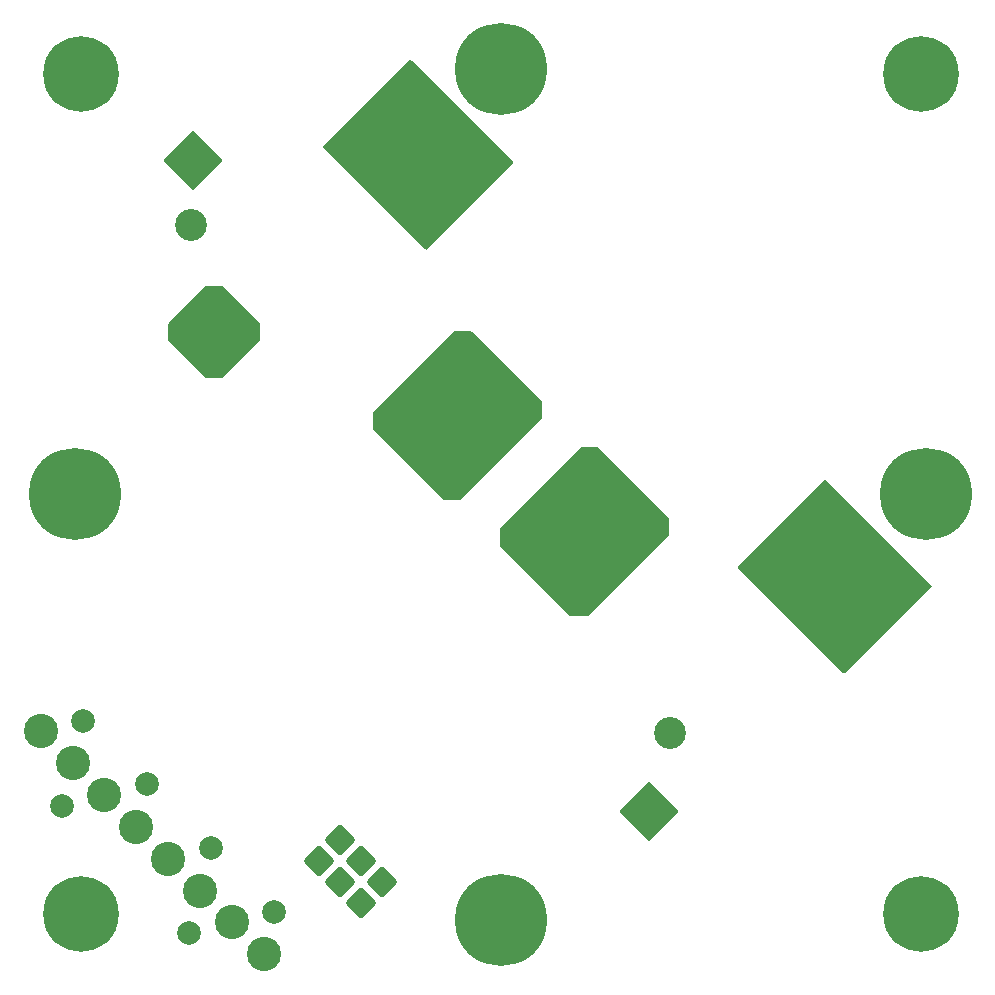
<source format=gbr>
%TF.GenerationSoftware,KiCad,Pcbnew,6.0.10+dfsg-1~bpo11+1*%
%TF.CreationDate,2023-02-14T13:36:45+00:00*%
%TF.ProjectId,QFHMIX01E,5146484d-4958-4303-9145-2e6b69636164,rev?*%
%TF.SameCoordinates,Original*%
%TF.FileFunction,Soldermask,Top*%
%TF.FilePolarity,Negative*%
%FSLAX46Y46*%
G04 Gerber Fmt 4.6, Leading zero omitted, Abs format (unit mm)*
G04 Created by KiCad (PCBNEW 6.0.10+dfsg-1~bpo11+1) date 2023-02-14 13:36:45*
%MOMM*%
%LPD*%
G01*
G04 APERTURE LIST*
G04 Aperture macros list*
%AMRoundRect*
0 Rectangle with rounded corners*
0 $1 Rounding radius*
0 $2 $3 $4 $5 $6 $7 $8 $9 X,Y pos of 4 corners*
0 Add a 4 corners polygon primitive as box body*
4,1,4,$2,$3,$4,$5,$6,$7,$8,$9,$2,$3,0*
0 Add four circle primitives for the rounded corners*
1,1,$1+$1,$2,$3*
1,1,$1+$1,$4,$5*
1,1,$1+$1,$6,$7*
1,1,$1+$1,$8,$9*
0 Add four rect primitives between the rounded corners*
20,1,$1+$1,$2,$3,$4,$5,0*
20,1,$1+$1,$4,$5,$6,$7,0*
20,1,$1+$1,$6,$7,$8,$9,0*
20,1,$1+$1,$8,$9,$2,$3,0*%
G04 Aperture macros list end*
%ADD10C,2.000000*%
%ADD11C,2.900000*%
%ADD12RoundRect,0.200000X0.000000X-1.077631X1.077631X0.000000X0.000000X1.077631X-1.077631X0.000000X0*%
%ADD13C,6.400000*%
%ADD14C,7.800000*%
%ADD15C,0.900000*%
%ADD16C,2.700000*%
G04 APERTURE END LIST*
D10*
%TO.C,J1*%
X114680511Y-109155028D03*
X123625412Y-127150895D03*
X130844972Y-125319489D03*
X125456819Y-119931335D03*
X120068665Y-114543181D03*
X112849105Y-116374588D03*
D11*
X111070731Y-110070731D03*
X113764808Y-112764808D03*
X116458885Y-115458885D03*
X119152962Y-118152962D03*
X121847038Y-120847038D03*
X124541115Y-123541115D03*
X127235192Y-126235192D03*
X129929269Y-128929269D03*
%TD*%
D12*
%TO.C,J2*%
X134583897Y-121031000D03*
X136379948Y-119234949D03*
X136379948Y-122827052D03*
X138176000Y-121031000D03*
X138176000Y-124623103D03*
X139972051Y-122827052D03*
%TD*%
D13*
%TO.C,M7*%
X185560000Y-125560000D03*
%TD*%
%TO.C,M6*%
X185560000Y-54440000D03*
%TD*%
%TO.C,M5*%
X114440000Y-125560000D03*
%TD*%
D14*
%TO.C,M4*%
X150000000Y-126000000D03*
D15*
X153000000Y-126000000D03*
X152598076Y-127500000D03*
X150000000Y-123000000D03*
X152598076Y-124500000D03*
X147401924Y-127500000D03*
X150000000Y-129000000D03*
X147000000Y-126000000D03*
X148500000Y-123401924D03*
X151500000Y-128598076D03*
X151500000Y-123401924D03*
X147401924Y-124500000D03*
X148500000Y-128598076D03*
%TD*%
D14*
%TO.C,M3*%
X150000000Y-54000000D03*
D15*
X151500000Y-51401924D03*
X152598076Y-55500000D03*
X148500000Y-51401924D03*
X153000000Y-54000000D03*
X147401924Y-55500000D03*
X150000000Y-57000000D03*
X147000000Y-54000000D03*
X151500000Y-56598076D03*
X148500000Y-56598076D03*
X150000000Y-51000000D03*
X152598076Y-52500000D03*
X147401924Y-52500000D03*
%TD*%
D14*
%TO.C,M1*%
X186000000Y-90000000D03*
D15*
X187500000Y-92598076D03*
X183401924Y-88500000D03*
X188598076Y-88500000D03*
X183401924Y-91500000D03*
X186000000Y-87000000D03*
X188598076Y-91500000D03*
X184500000Y-92598076D03*
X189000000Y-90000000D03*
X187500000Y-87401924D03*
X186000000Y-93000000D03*
X183000000Y-90000000D03*
X184500000Y-87401924D03*
%TD*%
D14*
%TO.C,M2*%
X114000000Y-90000000D03*
D15*
X112500000Y-87401924D03*
X117000000Y-90000000D03*
X111401924Y-88500000D03*
X116598076Y-91500000D03*
X115500000Y-87401924D03*
X112500000Y-92598076D03*
X114000000Y-93000000D03*
X111000000Y-90000000D03*
X114000000Y-87000000D03*
X111401924Y-91500000D03*
X116598076Y-88500000D03*
X115500000Y-92598076D03*
%TD*%
D13*
%TO.C,M8*%
X114440000Y-54440000D03*
%TD*%
D15*
%TO.C,U7*%
X148885965Y-83692462D03*
X148178859Y-82985355D03*
X147471752Y-83692462D03*
X146764645Y-82985355D03*
X147471752Y-82278248D03*
X144643325Y-82278248D03*
X148178859Y-84399569D03*
X146057538Y-83692462D03*
X146764645Y-81571141D03*
X146764645Y-84399569D03*
X147471752Y-85106675D03*
X145350431Y-82985355D03*
X145350431Y-81571141D03*
X146057538Y-80864035D03*
X146057538Y-82278248D03*
%TD*%
%TO.C,U8*%
X158428859Y-94549569D03*
X159135965Y-93842462D03*
X157721752Y-92428248D03*
X158428859Y-93135355D03*
X156307538Y-92428248D03*
X157014645Y-91721141D03*
X156307538Y-93842462D03*
X157014645Y-94549569D03*
X157721752Y-93842462D03*
X157014645Y-93135355D03*
X155600431Y-91721141D03*
X155600431Y-93135355D03*
X157721752Y-95256675D03*
X156307538Y-91014035D03*
X154893325Y-92428248D03*
%TD*%
D16*
%TO.C,D3*%
X164338000Y-110236000D03*
%TD*%
D15*
%TO.C,U5*%
X144594014Y-60833000D03*
X143179800Y-60833000D03*
X141765586Y-62247214D03*
X141058480Y-61540107D03*
X145301120Y-60125893D03*
X142472693Y-62954320D03*
X142472693Y-60125893D03*
X141765586Y-60833000D03*
X142472693Y-61540107D03*
X143179800Y-59418786D03*
X143886907Y-58711680D03*
X143886907Y-60125893D03*
X143886907Y-61540107D03*
X144594014Y-59418786D03*
X143179800Y-62247214D03*
%TD*%
%TO.C,U6*%
X176893786Y-96774000D03*
X179722214Y-96774000D03*
X179015107Y-96066893D03*
X178308000Y-96774000D03*
X177600893Y-98895320D03*
X179722214Y-95359786D03*
X178308000Y-98188214D03*
X176893786Y-98188214D03*
X176186680Y-97481107D03*
X179015107Y-97481107D03*
X180429320Y-96066893D03*
X177600893Y-96066893D03*
X179015107Y-94652680D03*
X177600893Y-97481107D03*
X178308000Y-95359786D03*
%TD*%
D16*
%TO.C,D4*%
X123748800Y-67183000D03*
%TD*%
G36*
X177515642Y-88784144D02*
G01*
X177560704Y-88813105D01*
X186448505Y-97700906D01*
X186482531Y-97763218D01*
X186477466Y-97834033D01*
X186448505Y-97879096D01*
X179202073Y-105125527D01*
X179139761Y-105159553D01*
X179068946Y-105154488D01*
X179023883Y-105125527D01*
X170136082Y-96237725D01*
X170102056Y-96175413D01*
X170107121Y-96104598D01*
X170136082Y-96059535D01*
X177382514Y-88813105D01*
X177444826Y-88779079D01*
X177515642Y-88784144D01*
G37*
G36*
X158255523Y-86009594D02*
G01*
X158276497Y-86026497D01*
X164213095Y-91963095D01*
X164247121Y-92025407D01*
X164250000Y-92052190D01*
X164250000Y-93362024D01*
X164229998Y-93430145D01*
X164213095Y-93451119D01*
X157392613Y-100271600D01*
X157330301Y-100305626D01*
X157303518Y-100308505D01*
X155993686Y-100308505D01*
X155925565Y-100288503D01*
X155904591Y-100271600D01*
X149967993Y-94335002D01*
X149933967Y-94272690D01*
X149931088Y-94245907D01*
X149931088Y-92936073D01*
X149951090Y-92867952D01*
X149967993Y-92846978D01*
X156788474Y-86026497D01*
X156850786Y-85992471D01*
X156877569Y-85989592D01*
X158187402Y-85989592D01*
X158255523Y-86009594D01*
G37*
G36*
X147509638Y-76165108D02*
G01*
X147530612Y-76182011D01*
X153467210Y-82118609D01*
X153501236Y-82180921D01*
X153504115Y-82207704D01*
X153504115Y-83517538D01*
X153484113Y-83585659D01*
X153467210Y-83606633D01*
X146646728Y-90427114D01*
X146584416Y-90461140D01*
X146557633Y-90464019D01*
X145247801Y-90464019D01*
X145179680Y-90444017D01*
X145158706Y-90427114D01*
X139222108Y-84490516D01*
X139188082Y-84428204D01*
X139185203Y-84401421D01*
X139185203Y-83091587D01*
X139205205Y-83023466D01*
X139222108Y-83002492D01*
X146042589Y-76182011D01*
X146104901Y-76147985D01*
X146131684Y-76145106D01*
X147441517Y-76145106D01*
X147509638Y-76165108D01*
G37*
G36*
X126473150Y-72381631D02*
G01*
X126494124Y-72398534D01*
X129602295Y-75506704D01*
X129636321Y-75569016D01*
X129639200Y-75595799D01*
X129639200Y-76905633D01*
X129619198Y-76973754D01*
X129602295Y-76994728D01*
X126494124Y-80102899D01*
X126431812Y-80136925D01*
X126405029Y-80139804D01*
X125095196Y-80139804D01*
X125027075Y-80119802D01*
X125006101Y-80102899D01*
X121897930Y-76994728D01*
X121863904Y-76932416D01*
X121861025Y-76905633D01*
X121861025Y-75595799D01*
X121881027Y-75527678D01*
X121897930Y-75506704D01*
X125006101Y-72398534D01*
X125068413Y-72364508D01*
X125095196Y-72361629D01*
X126405029Y-72361629D01*
X126473150Y-72381631D01*
G37*
G36*
X162604032Y-114360134D02*
G01*
X162649095Y-114389095D01*
X165010905Y-116750905D01*
X165044931Y-116813217D01*
X165039866Y-116884032D01*
X165010905Y-116929095D01*
X162649095Y-119290905D01*
X162586783Y-119324931D01*
X162515968Y-119319866D01*
X162470905Y-119290905D01*
X160109095Y-116929095D01*
X160075069Y-116866783D01*
X160080134Y-116795968D01*
X160109095Y-116750905D01*
X162470905Y-114389095D01*
X162533217Y-114355069D01*
X162604032Y-114360134D01*
G37*
G36*
X142398333Y-53198743D02*
G01*
X142443395Y-53227704D01*
X151026396Y-61810705D01*
X151060422Y-61873017D01*
X151055357Y-61943832D01*
X151026396Y-61988895D01*
X143779964Y-69235326D01*
X143717652Y-69269352D01*
X143646837Y-69264287D01*
X143601774Y-69235326D01*
X135018773Y-60652324D01*
X134984747Y-60590012D01*
X134989812Y-60519197D01*
X135018773Y-60474134D01*
X142265205Y-53227704D01*
X142327517Y-53193678D01*
X142398333Y-53198743D01*
G37*
G36*
X123996032Y-59242134D02*
G01*
X124041095Y-59271095D01*
X126402905Y-61632905D01*
X126436931Y-61695217D01*
X126431866Y-61766032D01*
X126402905Y-61811095D01*
X124041095Y-64172905D01*
X123978783Y-64206931D01*
X123907968Y-64201866D01*
X123862905Y-64172905D01*
X121501095Y-61811095D01*
X121467069Y-61748783D01*
X121472134Y-61677968D01*
X121501095Y-61632905D01*
X123862905Y-59271095D01*
X123925217Y-59237069D01*
X123996032Y-59242134D01*
G37*
M02*

</source>
